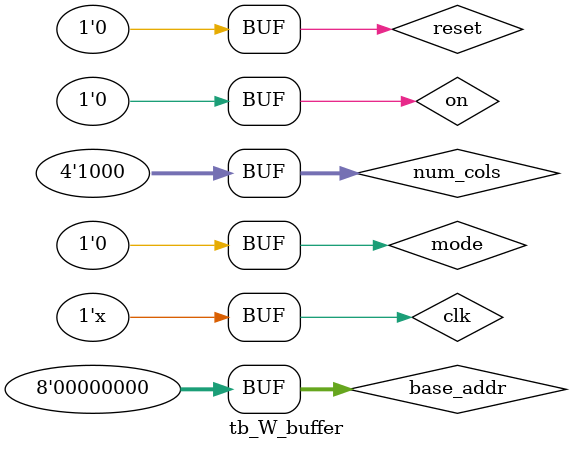
<source format=v>
`timescale 100ns/1ns

module tb_W_buffer #(
    parameter integer   RAM_SIZE    = 1<<8,
    parameter integer   ADDR_WIDTH  = $clog2(RAM_SIZE),
    parameter integer   ARRAY_N    = 8,
    parameter integer   ARRAY_M    = 8,
    parameter integer   WGT_WIDTH   = 8,
    parameter integer   WBUF_DATA_WIDTH =  ARRAY_M * WGT_WIDTH
);
   reg clk;
   reg reset;
   reg mode;
   reg on;
   reg [ADDR_WIDTH-1:0]        base_addr;
   reg [$clog2(ARRAY_M) : 0]   num_cols;
   
   wire [WBUF_DATA_WIDTH-1:  0] wgt_data_set_out;
//    wire     [ADDR_WIDTH * ARRAY_M-1:0] address_DEBUG;
//    wire     [ARRAY_M-1          :0] enable_DEBUG;
   
   W_buffer #(
    .RAM_SIZE(RAM_SIZE),
    .ADDR_WIDTH(ADDR_WIDTH),
    .ARRAY_N(ARRAY_N),
    .ARRAY_M(ARRAY_M),
    .WGT_WIDTH(WGT_WIDTH)
   ) w_buf (
        .clk(clk),
        .reset(reset),

        .mode(mode),
        .on(on),
        .base_addr(base_addr),
        .num_cols(num_cols),
        
        .wgt_data_set_out(wgt_data_set_out)
//        .address_DEBUG(address_DEBUG),
//        .enable_DEBUG(enable_DEBUG)
   );
   
   initial begin
    clk = 1;
    reset = 1;
    mode        = 0;
    on          = 0;
    base_addr   = 0;
    num_cols    = 0;
    # 1
    reset = 0;
    # 1
    mode        = 1;
    on          = 1;
    base_addr   = 0;
    num_cols    = 8;
    
    # 8
    on          = 0;
    # 8
    reset = 1;
    # 1
    reset = 0;
    # 1
    mode        = 0;
    on          = 1;
    base_addr   = 0;
    num_cols    = 8;
    
    # 8
    on          = 0;
    
   end;
   always #0.5 clk = !clk;
endmodule
</source>
